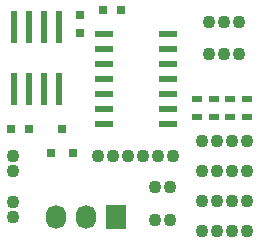
<source format=gts>
G04 #@! TF.FileFunction,Soldermask,Top*
%FSLAX46Y46*%
G04 Gerber Fmt 4.6, Leading zero omitted, Abs format (unit mm)*
G04 Created by KiCad (PCBNEW (2014-12-04 BZR 5312)-product) date 4/25/2015 1:25:45 PM*
%MOMM*%
G01*
G04 APERTURE LIST*
%ADD10C,0.100000*%
%ADD11R,0.750000X0.800000*%
%ADD12R,0.800000X0.750000*%
%ADD13C,1.100000*%
%ADD14R,0.600000X2.700000*%
%ADD15R,1.500000X0.600000*%
%ADD16R,0.800100X0.800100*%
%ADD17R,1.727200X2.032000*%
%ADD18O,1.727200X2.032000*%
%ADD19R,0.900000X0.500000*%
G04 APERTURE END LIST*
D10*
D11*
X127127000Y-33008000D03*
X127127000Y-31508000D03*
D12*
X122797000Y-41148000D03*
X121297000Y-41148000D03*
X129044000Y-31115000D03*
X130544000Y-31115000D03*
D13*
X134747000Y-46101000D03*
X133477000Y-46101000D03*
X121412000Y-44704000D03*
X121412000Y-43434000D03*
D14*
X125349000Y-32512000D03*
X124079000Y-32512000D03*
X122809000Y-32512000D03*
X121539000Y-32512000D03*
X125349000Y-37812000D03*
X124079000Y-37792000D03*
X122809000Y-37792000D03*
X121539000Y-37792000D03*
D15*
X129126000Y-33147000D03*
X129126000Y-34417000D03*
X129126000Y-35687000D03*
X129126000Y-36957000D03*
X129126000Y-38227000D03*
X129126000Y-39497000D03*
X129126000Y-40767000D03*
X134526000Y-40767000D03*
X134526000Y-39497000D03*
X134526000Y-38227000D03*
X134526000Y-36957000D03*
X134526000Y-35687000D03*
X134526000Y-34417000D03*
X134526000Y-33147000D03*
D16*
X124653000Y-43164760D03*
X126553000Y-43164760D03*
X125603000Y-41165780D03*
D13*
X128651000Y-43434000D03*
X135001000Y-43434000D03*
X133731000Y-43434000D03*
X132461000Y-43434000D03*
X131191000Y-43434000D03*
X129921000Y-43434000D03*
X134747000Y-48895000D03*
X133477000Y-48895000D03*
X121412000Y-48641000D03*
X121412000Y-47371000D03*
X141224000Y-42164000D03*
X139954000Y-42164000D03*
X138684000Y-42164000D03*
X137414000Y-42164000D03*
X137414000Y-44704000D03*
X137414000Y-47244000D03*
X137414000Y-49784000D03*
X138684000Y-44704000D03*
X138684000Y-47244000D03*
X138684000Y-49784000D03*
X139954000Y-44704000D03*
X139954000Y-47244000D03*
X139954000Y-49784000D03*
X141224000Y-44704000D03*
X141224000Y-47244000D03*
X141224000Y-49784000D03*
D17*
X130175000Y-48641000D03*
D18*
X127635000Y-48641000D03*
X125095000Y-48641000D03*
D13*
X138049000Y-34798000D03*
X139319000Y-34798000D03*
X140589000Y-34798000D03*
X138049000Y-32131000D03*
X139319000Y-32131000D03*
X140589000Y-32131000D03*
D19*
X137033000Y-40120000D03*
X137033000Y-38620000D03*
X138430000Y-40120000D03*
X138430000Y-38620000D03*
X139827000Y-40120000D03*
X139827000Y-38620000D03*
X141224000Y-40120000D03*
X141224000Y-38620000D03*
M02*

</source>
